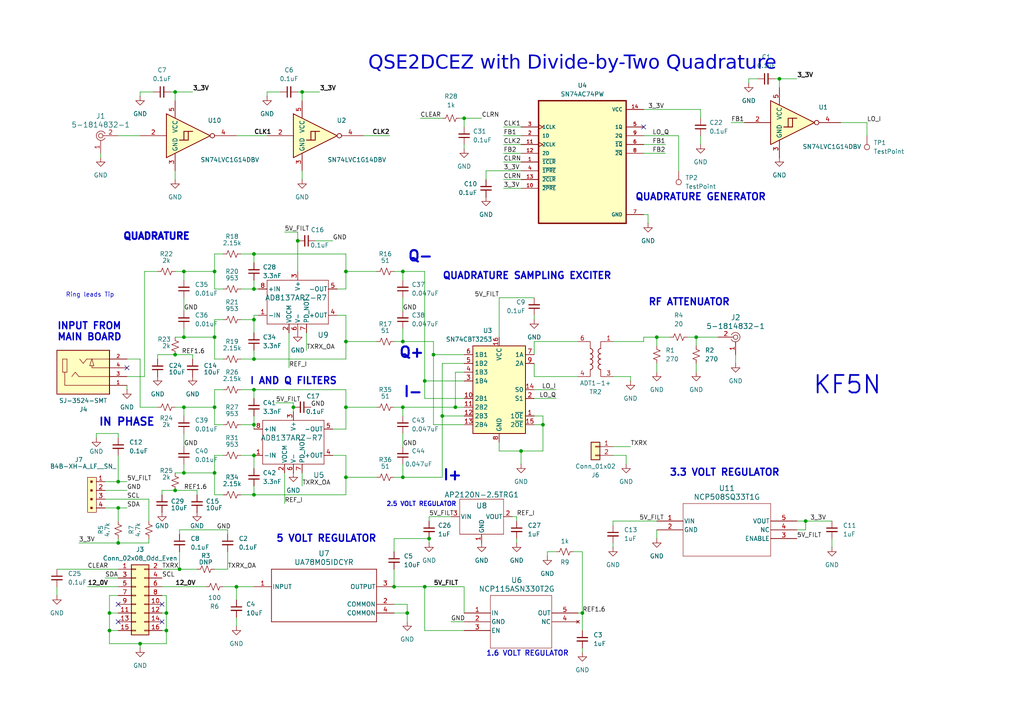
<source format=kicad_sch>
(kicad_sch (version 20231120) (generator "eeschema") (generator_version "8.0")
  (paper "A4")
  (title_block (title "QSE2DCEZ with Divide-by-Two Quadrature") (date "2024-07-26") (rev "1.1"))
  (junction (at 118.11 177.8))
  (junction (at 73.66 132.08))
  (junction (at 34.29 139.7))
  (junction (at 53.34 118.11))
  (junction (at 48.26 182.88))
  (junction (at 190.5 97.79))
  (junction (at 100.33 78.74))
  (junction (at 201.93 97.79))
  (junction (at 52.07 165.1))
  (junction (at 87.63 26.67))
  (junction (at 116.84 118.11))
  (junction (at 100.33 118.11))
  (junction (at 62.23 137.16))
  (junction (at 34.29 147.32))
  (junction (at 73.66 73.66))
  (junction (at 132.08 118.11))
  (junction (at 226.06 22.86))
  (junction (at 68.58 170.18))
  (junction (at 73.66 113.03))
  (junction (at 50.8 26.67))
  (junction (at 50.8 102.87))
  (junction (at 62.23 78.74))
  (junction (at 116.84 78.74))
  (junction (at 116.84 99.06))
  (junction (at 50.8 142.24))
  (junction (at 233.68 151.13))
  (junction (at 34.29 157.48))
  (junction (at 116.84 138.43))
  (junction (at 53.34 137.16))
  (junction (at 85.09 118.11))
  (junction (at 114.3 170.18))
  (junction (at 62.23 97.79))
  (junction (at 73.66 143.51))
  (junction (at 73.66 123.19))
  (junction (at 128.27 120.65))
  (junction (at 62.23 118.11))
  (junction (at 86.36 69.85))
  (junction (at 157.48 123.19))
  (junction (at 123.19 170.18))
  (junction (at 31.75 182.88))
  (junction (at 100.33 99.06))
  (junction (at 48.26 177.8))
  (junction (at 151.13 130.81))
  (junction (at 73.66 104.14))
  (junction (at 73.66 92.71))
  (junction (at 168.91 177.8))
  (junction (at 53.34 78.74))
  (junction (at 125.73 102.87))
  (junction (at 73.66 83.82))
  (junction (at 134.62 34.29))
  (junction (at 31.75 177.8))
  (junction (at 40.64 186.69))
  (junction (at 124.46 156.21))
  (junction (at 123.19 110.49))
  (junction (at 53.34 97.79))
  (junction (at 100.33 138.43))
  (no_connect (at 34.29 175.26))
  (no_connect (at 36.83 106.68))
  (no_connect (at 186.69 36.83))
  (no_connect (at 46.99 175.26))
  (no_connect (at 34.29 180.34))
  (no_connect (at 46.99 180.34))
  (wire (pts (xy 167.64 177.8) (xy 168.91 177.8)))
  (wire (pts (xy 158.75 161.29) (xy 158.75 160.02)))
  (wire (pts (xy 134.62 107.95) (xy 132.08 107.95)))
  (wire (pts (xy 87.63 26.67) (xy 87.63 29.21)))
  (wire (pts (xy 196.85 49.53) (xy 196.85 39.37)))
  (wire (pts (xy 31.75 182.88) (xy 31.75 186.69)))
  (wire (pts (xy 168.91 160.02) (xy 168.91 177.8)))
  (wire (pts (xy 130.81 180.34) (xy 134.62 180.34)))
  (wire (pts (xy 186.69 97.79) (xy 186.69 99.06)))
  (wire (pts (xy 62.23 165.1) (xy 66.04 165.1)))
  (wire (pts (xy 69.85 132.08) (xy 73.66 132.08)))
  (wire (pts (xy 124.46 149.86) (xy 124.46 151.13)))
  (wire (pts (xy 114.3 118.11) (xy 116.84 118.11)))
  (wire (pts (xy 52.07 154.94) (xy 52.07 153.67)))
  (wire (pts (xy 91.44 69.85) (xy 96.52 69.85)))
  (wire (pts (xy 31.75 177.8) (xy 34.29 177.8)))
  (wire (pts (xy 177.8 109.22) (xy 182.88 109.22)))
  (wire (pts (xy 201.93 97.79) (xy 208.28 97.79)))
  (wire (pts (xy 50.8 142.24) (xy 57.15 142.24)))
  (wire (pts (xy 124.46 156.21) (xy 124.46 157.48)))
  (wire (pts (xy 73.66 140.97) (xy 73.66 143.51)))
  (wire (pts (xy 64.77 132.08) (xy 62.23 132.08)))
  (wire (pts (xy 157.48 123.19) (xy 157.48 120.65)))
  (wire (pts (xy 29.21 44.45) (xy 29.21 45.72)))
  (wire (pts (xy 186.69 31.75) (xy 203.2 31.75)))
  (wire (pts (xy 34.29 147.32) (xy 36.83 147.32)))
  (wire (pts (xy 50.8 26.67) (xy 55.88 26.67)))
  (wire (pts (xy 62.23 123.19) (xy 62.23 118.11)))
  (wire (pts (xy 146.05 46.99) (xy 151.13 46.99)))
  (wire (pts (xy 53.34 86.36) (xy 53.34 90.17)))
  (wire (pts (xy 50.8 26.67) (xy 50.8 29.21)))
  (wire (pts (xy 77.47 26.67) (xy 77.47 27.94)))
  (wire (pts (xy 48.26 172.72) (xy 48.26 177.8)))
  (wire (pts (xy 68.58 179.07) (xy 68.58 181.61)))
  (wire (pts (xy 53.34 118.11) (xy 62.23 118.11)))
  (wire (pts (xy 201.93 97.79) (xy 201.93 100.33)))
  (wire (pts (xy 149.86 156.21) (xy 149.86 157.48)))
  (wire (pts (xy 100.33 118.11) (xy 109.22 118.11)))
  (wire (pts (xy 116.84 99.06) (xy 116.84 95.25)))
  (wire (pts (xy 116.84 138.43) (xy 128.27 138.43)))
  (wire (pts (xy 154.94 99.06) (xy 167.64 99.06)))
  (wire (pts (xy 48.26 172.72) (xy 46.99 172.72)))
  (wire (pts (xy 50.8 137.16) (xy 53.34 137.16)))
  (wire (pts (xy 46.99 177.8) (xy 48.26 177.8)))
  (wire (pts (xy 83.82 96.52) (xy 83.82 106.68)))
  (wire (pts (xy 157.48 123.19) (xy 157.48 130.81)))
  (wire (pts (xy 69.85 123.19) (xy 73.66 123.19)))
  (wire (pts (xy 161.29 115.57) (xy 154.94 115.57)))
  (wire (pts (xy 43.18 157.48) (xy 34.29 157.48)))
  (wire (pts (xy 53.34 97.79) (xy 62.23 97.79)))
  (wire (pts (xy 73.66 101.6) (xy 73.66 104.14)))
  (wire (pts (xy 116.84 118.11) (xy 116.84 120.65)))
  (wire (pts (xy 157.48 130.81) (xy 151.13 130.81)))
  (wire (pts (xy 46.99 142.24) (xy 46.99 143.51)))
  (wire (pts (xy 100.33 78.74) (xy 109.22 78.74)))
  (wire (pts (xy 73.66 83.82) (xy 74.93 83.82)))
  (wire (pts (xy 118.11 177.8) (xy 118.11 180.34)))
  (wire (pts (xy 219.71 22.86) (xy 217.17 22.86)))
  (wire (pts (xy 86.36 69.85) (xy 86.36 67.31)))
  (wire (pts (xy 134.62 115.57) (xy 123.19 115.57)))
  (wire (pts (xy 157.48 120.65) (xy 154.94 120.65)))
  (wire (pts (xy 34.29 139.7) (xy 36.83 139.7)))
  (wire (pts (xy 125.73 102.87) (xy 125.73 123.19)))
  (wire (pts (xy 50.8 142.24) (xy 46.99 142.24)))
  (wire (pts (xy 40.64 26.67) (xy 40.64 27.94)))
  (wire (pts (xy 144.78 86.36) (xy 154.94 86.36)))
  (wire (pts (xy 199.39 97.79) (xy 201.93 97.79)))
  (wire (pts (xy 186.69 62.23) (xy 187.96 62.23)))
  (wire (pts (xy 144.78 130.81) (xy 144.78 128.27)))
  (wire (pts (xy 87.63 26.67) (xy 92.71 26.67)))
  (wire (pts (xy 114.3 138.43) (xy 116.84 138.43)))
  (wire (pts (xy 243.84 35.56) (xy 251.46 35.56)))
  (wire (pts (xy 69.85 113.03) (xy 73.66 113.03)))
  (wire (pts (xy 116.84 86.36) (xy 116.84 90.17)))
  (wire (pts (xy 114.3 78.74) (xy 116.84 78.74)))
  (wire (pts (xy 22.86 157.48) (xy 34.29 157.48)))
  (wire (pts (xy 69.85 83.82) (xy 73.66 83.82)))
  (wire (pts (xy 123.19 170.18) (xy 134.62 170.18)))
  (wire (pts (xy 43.18 156.21) (xy 43.18 157.48)))
  (wire (pts (xy 217.17 22.86) (xy 217.17 24.13)))
  (wire (pts (xy 146.05 54.61) (xy 151.13 54.61)))
  (wire (pts (xy 50.8 78.74) (xy 53.34 78.74)))
  (wire (pts (xy 27.94 125.73) (xy 34.29 125.73)))
  (wire (pts (xy 224.79 22.86) (xy 226.06 22.86)))
  (wire (pts (xy 62.23 92.71) (xy 62.23 97.79)))
  (wire (pts (xy 100.33 91.44) (xy 100.33 99.06)))
  (wire (pts (xy 190.5 105.41) (xy 190.5 107.95)))
  (wire (pts (xy 48.26 177.8) (xy 48.26 182.88)))
  (wire (pts (xy 177.8 99.06) (xy 186.69 99.06)))
  (wire (pts (xy 154.94 99.06) (xy 154.94 102.87)))
  (wire (pts (xy 34.29 157.48) (xy 34.29 156.21)))
  (wire (pts (xy 62.23 97.79) (xy 62.23 104.14)))
  (wire (pts (xy 62.23 137.16) (xy 62.23 143.51)))
  (wire (pts (xy 68.58 170.18) (xy 73.66 170.18)))
  (wire (pts (xy 62.23 113.03) (xy 64.77 113.03)))
  (wire (pts (xy 140.97 52.07) (xy 140.97 49.53)))
  (wire (pts (xy 53.34 95.25) (xy 53.34 97.79)))
  (wire (pts (xy 124.46 149.86) (xy 130.81 149.86)))
  (wire (pts (xy 49.53 26.67) (xy 50.8 26.67)))
  (wire (pts (xy 201.93 105.41) (xy 201.93 107.95)))
  (wire (pts (xy 73.66 73.66) (xy 73.66 76.2)))
  (wire (pts (xy 116.84 78.74) (xy 123.19 78.74)))
  (wire (pts (xy 177.8 157.48) (xy 177.8 158.75)))
  (wire (pts (xy 50.8 49.53) (xy 50.8 52.07)))
  (wire (pts (xy 82.55 137.16) (xy 82.55 146.05)))
  (wire (pts (xy 81.28 26.67) (xy 77.47 26.67)))
  (wire (pts (xy 31.75 172.72) (xy 34.29 172.72)))
  (wire (pts (xy 144.78 86.36) (xy 144.78 97.79)))
  (wire (pts (xy 212.09 35.56) (xy 215.9 35.56)))
  (wire (pts (xy 73.66 143.51) (xy 100.33 143.51)))
  (wire (pts (xy 34.29 132.08) (xy 34.29 139.7)))
  (wire (pts (xy 134.62 41.91) (xy 134.62 43.18)))
  (wire (pts (xy 154.94 109.22) (xy 167.64 109.22)))
  (wire (pts (xy 100.33 99.06) (xy 109.22 99.06)))
  (wire (pts (xy 134.62 123.19) (xy 125.73 123.19)))
  (wire (pts (xy 46.99 170.18) (xy 59.69 170.18)))
  (wire (pts (xy 133.35 34.29) (xy 134.62 34.29)))
  (wire (pts (xy 85.09 118.11) (xy 85.09 116.84)))
  (wire (pts (xy 30.48 139.7) (xy 34.29 139.7)))
  (wire (pts (xy 25.4 170.18) (xy 34.29 170.18)))
  (wire (pts (xy 46.99 165.1) (xy 52.07 165.1)))
  (wire (pts (xy 177.8 151.13) (xy 190.5 151.13)))
  (wire (pts (xy 64.77 83.82) (xy 62.23 83.82)))
  (wire (pts (xy 64.77 170.18) (xy 68.58 170.18)))
  (wire (pts (xy 186.69 41.91) (xy 193.04 41.91)))
  (wire (pts (xy 40.64 104.14) (xy 40.64 118.11)))
  (wire (pts (xy 177.8 151.13) (xy 177.8 152.4)))
  (wire (pts (xy 87.63 137.16) (xy 87.63 140.97)))
  (wire (pts (xy 134.62 110.49) (xy 123.19 110.49)))
  (wire (pts (xy 100.33 73.66) (xy 100.33 78.74)))
  (wire (pts (xy 151.13 130.81) (xy 144.78 130.81)))
  (wire (pts (xy 134.62 102.87) (xy 125.73 102.87)))
  (wire (pts (xy 123.19 115.57) (xy 123.19 110.49)))
  (wire (pts (xy 30.48 167.64) (xy 34.29 167.64)))
  (wire (pts (xy 96.52 124.46) (xy 100.33 124.46)))
  (wire (pts (xy 116.84 138.43) (xy 116.84 134.62)))
  (wire (pts (xy 241.3 156.21) (xy 241.3 158.75)))
  (wire (pts (xy 154.94 105.41) (xy 154.94 109.22)))
  (wire (pts (xy 96.52 132.08) (xy 100.33 132.08)))
  (wire (pts (xy 16.51 165.1) (xy 34.29 165.1)))
  (wire (pts (xy 73.66 132.08) (xy 73.66 135.89)))
  (wire (pts (xy 80.01 116.84) (xy 85.09 116.84)))
  (wire (pts (xy 97.79 83.82) (xy 100.33 83.82)))
  (wire (pts (xy 100.33 143.51) (xy 100.33 138.43)))
  (wire (pts (xy 203.2 31.75) (xy 203.2 34.29)))
  (wire (pts (xy 140.97 49.53) (xy 151.13 49.53)))
  (wire (pts (xy 44.45 26.67) (xy 40.64 26.67)))
  (wire (pts (xy 161.29 113.03) (xy 154.94 113.03)))
  (wire (pts (xy 62.23 83.82) (xy 62.23 78.74)))
  (wire (pts (xy 87.63 49.53) (xy 87.63 52.07)))
  (wire (pts (xy 53.34 137.16) (xy 62.23 137.16)))
  (wire (pts (xy 114.3 160.02) (xy 114.3 156.21)))
  (wire (pts (xy 53.34 125.73) (xy 53.34 129.54)))
  (wire (pts (xy 203.2 39.37) (xy 203.2 41.91)))
  (wire (pts (xy 40.64 104.14) (xy 36.83 104.14)))
  (wire (pts (xy 53.34 120.65) (xy 53.34 118.11)))
  (wire (pts (xy 114.3 165.1) (xy 114.3 170.18)))
  (wire (pts (xy 40.64 186.69) (xy 40.64 187.96)))
  (wire (pts (xy 190.5 97.79) (xy 194.31 97.79)))
  (wire (pts (xy 158.75 160.02) (xy 161.29 160.02)))
  (wire (pts (xy 64.77 123.19) (xy 62.23 123.19)))
  (wire (pts (xy 114.3 99.06) (xy 116.84 99.06)))
  (wire (pts (xy 132.08 107.95) (xy 132.08 118.11)))
  (wire (pts (xy 68.58 39.37) (xy 77.47 39.37)))
  (wire (pts (xy 118.11 175.26) (xy 118.11 177.8)))
  (wire (pts (xy 31.75 177.8) (xy 31.75 172.72)))
  (wire (pts (xy 128.27 120.65) (xy 128.27 138.43)))
  (wire (pts (xy 146.05 36.83) (xy 151.13 36.83)))
  (wire (pts (xy 114.3 175.26) (xy 118.11 175.26)))
  (wire (pts (xy 73.66 120.65) (xy 73.66 123.19)))
  (wire (pts (xy 146.05 52.07) (xy 151.13 52.07)))
  (wire (pts (xy 186.69 39.37) (xy 196.85 39.37)))
  (wire (pts (xy 68.58 173.99) (xy 68.58 170.18)))
  (wire (pts (xy 233.68 153.67) (xy 233.68 151.13)))
  (wire (pts (xy 186.69 97.79) (xy 190.5 97.79)))
  (wire (pts (xy 146.05 44.45) (xy 151.13 44.45)))
  (wire (pts (xy 50.8 102.87) (xy 55.88 102.87)))
  (wire (pts (xy 146.05 41.91) (xy 151.13 41.91)))
  (wire (pts (xy 187.96 62.23) (xy 187.96 64.77)))
  (wire (pts (xy 66.04 160.02) (xy 66.04 165.1)))
  (wire (pts (xy 134.62 118.11) (xy 132.08 118.11)))
  (wire (pts (xy 50.8 118.11) (xy 53.34 118.11)))
  (wire (pts (xy 53.34 81.28) (xy 53.34 78.74)))
  (wire (pts (xy 100.33 104.14) (xy 100.33 99.06)))
  (wire (pts (xy 48.26 182.88) (xy 46.99 182.88)))
  (wire (pts (xy 177.8 132.08) (xy 181.61 132.08)))
  (wire (pts (xy 73.66 92.71) (xy 73.66 96.52)))
  (wire (pts (xy 114.3 177.8) (xy 118.11 177.8)))
  (wire (pts (xy 69.85 92.71) (xy 73.66 92.71)))
  (wire (pts (xy 151.13 130.81) (xy 151.13 134.62)))
  (wire (pts (xy 16.51 170.18) (xy 16.51 172.72)))
  (wire (pts (xy 40.64 118.11) (xy 45.72 118.11)))
  (wire (pts (xy 116.84 125.73) (xy 116.84 129.54)))
  (wire (pts (xy 181.61 132.08) (xy 181.61 134.62)))
  (wire (pts (xy 123.19 182.88) (xy 134.62 182.88)))
  (wire (pts (xy 231.14 153.67) (xy 233.68 153.67)))
  (wire (pts (xy 186.69 44.45) (xy 193.04 44.45)))
  (wire (pts (xy 190.5 153.67) (xy 190.5 156.21)))
  (wire (pts (xy 69.85 104.14) (xy 73.66 104.14)))
  (wire (pts (xy 100.33 78.74) (xy 100.33 83.82)))
  (wire (pts (xy 52.07 153.67) (xy 66.04 153.67)))
  (wire (pts (xy 105.41 39.37) (xy 113.03 39.37)))
  (wire (pts (xy 50.8 97.79) (xy 53.34 97.79)))
  (wire (pts (xy 69.85 73.66) (xy 73.66 73.66)))
  (wire (pts (xy 182.88 109.22) (xy 182.88 110.49)))
  (wire (pts (xy 226.06 22.86) (xy 226.06 25.4)))
  (wire (pts (xy 190.5 97.79) (xy 190.5 100.33)))
  (wire (pts (xy 88.9 96.52) (xy 88.9 101.6)))
  (wire (pts (xy 100.33 113.03) (xy 100.33 118.11)))
  (wire (pts (xy 73.66 113.03) (xy 73.66 115.57)))
  (wire (pts (xy 116.84 99.06) (xy 125.73 99.06)))
  (wire (pts (xy 226.06 22.86) (xy 231.14 22.86)))
  (wire (pts (xy 31.75 186.69) (xy 40.64 186.69)))
  (wire (pts (xy 116.84 78.74) (xy 116.84 81.28)))
  (wire (pts (xy 134.62 105.41) (xy 128.27 105.41)))
  (wire (pts (xy 134.62 120.65) (xy 128.27 120.65)))
  (wire (pts (xy 134.62 34.29) (xy 139.7 34.29)))
  (wire (pts (xy 73.66 113.03) (xy 100.33 113.03)))
  (wire (pts (xy 86.36 69.85) (xy 86.36 78.74)))
  (wire (pts (xy 168.91 187.96) (xy 168.91 189.23)))
  (wire (pts (xy 53.34 78.74) (xy 62.23 78.74)))
  (wire (pts (xy 125.73 99.06) (xy 125.73 102.87)))
  (wire (pts (xy 36.83 111.76) (xy 36.83 113.03)))
  (wire (pts (xy 73.66 73.66) (xy 100.33 73.66)))
  (wire (pts (xy 45.72 102.87) (xy 45.72 104.14)))
  (wire (pts (xy 100.33 118.11) (xy 100.33 124.46)))
  (wire (pts (xy 62.23 143.51) (xy 64.77 143.51)))
  (wire (pts (xy 116.84 118.11) (xy 132.08 118.11)))
  (wire (pts (xy 48.26 186.69) (xy 48.26 182.88)))
  (wire (pts (xy 30.48 142.24) (xy 36.83 142.24)))
  (wire (pts (xy 57.15 165.1) (xy 52.07 165.1)))
  (wire (pts (xy 114.3 170.18) (xy 123.19 170.18)))
  (wire (pts (xy 149.86 149.86) (xy 149.86 151.13)))
  (wire (pts (xy 123.19 170.18) (xy 123.19 182.88)))
  (wire (pts (xy 73.66 92.71) (xy 73.66 91.44)))
  (wire (pts (xy 53.34 134.62) (xy 53.34 137.16)))
  (wire (pts (xy 62.23 118.11) (xy 62.23 113.03)))
  (wire (pts (xy 64.77 92.71) (xy 62.23 92.71)))
  (wire (pts (xy 251.46 35.56) (xy 251.46 39.37)))
  (wire (pts (xy 231.14 151.13) (xy 233.68 151.13)))
  (wire (pts (xy 34.29 125.73) (xy 34.29 127)))
  (wire (pts (xy 148.59 149.86) (xy 149.86 149.86)))
  (wire (pts (xy 168.91 177.8) (xy 168.91 182.88)))
  (wire (pts (xy 213.36 102.87) (xy 213.36 105.41)))
  (wire (pts (xy 154.94 123.19) (xy 157.48 123.19)))
  (wire (pts (xy 114.3 156.21) (xy 124.46 156.21)))
  (wire (pts (xy 52.07 160.02) (xy 52.07 165.1)))
  (wire (pts (xy 27.94 127) (xy 27.94 125.73)))
  (wire (pts (xy 41.91 78.74) (xy 45.72 78.74)))
  (wire (pts (xy 73.66 104.14) (xy 100.33 104.14)))
  (wire (pts (xy 66.04 153.67) (xy 66.04 154.94)))
  (wire (pts (xy 62.23 132.08) (xy 62.23 137.16)))
  (wire (pts (xy 57.15 142.24) (xy 57.15 143.51)))
  (wire (pts (xy 62.23 73.66) (xy 64.77 73.66)))
  (wire (pts (xy 85.09 119.38) (xy 85.09 118.11)))
  (wire (pts (xy 73.66 81.28) (xy 73.66 83.82)))
  (wire (pts (xy 30.48 147.32) (xy 34.29 147.32)))
  (wire (pts (xy 86.36 26.67) (xy 87.63 26.67)))
  (wire (pts (xy 55.88 102.87) (xy 55.88 104.14)))
  (wire (pts (xy 50.8 102.87) (xy 45.72 102.87)))
  (wire (pts (xy 134.62 170.18) (xy 134.62 177.8)))
  (wire (pts (xy 40.64 186.69) (xy 48.26 186.69)))
  (wire (pts (xy 62.23 78.74) (xy 62.23 73.66)))
  (wire (pts (xy 73.66 91.44) (xy 74.93 91.44)))
  (wire (pts (xy 41.91 78.74) (xy 41.91 109.22)))
  (wire (pts (xy 123.19 78.74) (xy 123.19 110.49)))
  (wire (pts (xy 233.68 151.13) (xy 241.3 151.13)))
  (wire (pts (xy 146.05 39.37) (xy 151.13 39.37)))
  (wire (pts (xy 69.85 143.51) (xy 73.66 143.51)))
  (wire (pts (xy 100.33 132.08) (xy 100.33 138.43)))
  (wire (pts (xy 43.18 144.78) (xy 43.18 151.13)))
  (wire (pts (xy 154.94 91.44) (xy 154.94 92.71)))
  (wire (pts (xy 73.66 123.19) (xy 73.66 124.46)))
  (wire (pts (xy 36.83 109.22) (xy 41.91 109.22)))
  (wire (pts (xy 166.37 160.02) (xy 168.91 160.02)))
  (wire (pts (xy 86.36 67.31) (xy 82.55 67.31)))
  (wire (pts (xy 177.8 129.54) (xy 182.88 129.54)))
  (wire (pts (xy 34.29 182.88) (xy 31.75 182.88)))
  (wire (pts (xy 100.33 138.43) (xy 109.22 138.43)))
  (wire (pts (xy 134.62 34.29) (xy 134.62 36.83)))
  (wire (pts (xy 34.29 147.32) (xy 34.29 151.13)))
  (wire (pts (xy 128.27 105.41) (xy 128.27 120.65)))
  (wire (pts (xy 121.92 34.29) (xy 128.27 34.29)))
  (wire (pts (xy 34.29 39.37) (xy 40.64 39.37)))
  (wire (pts (xy 31.75 182.88) (xy 31.75 177.8)))
  (wire (pts (xy 30.48 144.78) (xy 43.18 144.78)))
  (wire (pts (xy 97.79 91.44) (xy 100.33 91.44)))
  (wire (pts (xy 62.23 104.14) (xy 64.77 104.14)))
  (text "Ring leads Tip" (at 19.05 86.36 0) (effects (font (size 1.27 1.27)) (justify left bottom)))
  (text "3.3 VOLT REGULATOR" (at 210.185 137.16 0) (effects (font (size 2 2) (thickness 0.4) (bold yes))))
  (text "KF5N" (at 245.745 111.76 0) (effects (font (size 5.08 5.08) (thickness 0.508) (bold yes))))
  (text "QUADRATURE" (at 35.56 69.85 0) (effects (font (size 2 2) (thickness 0.5) (bold yes)) (justify left bottom)))
  (text "IN PHASE" (at 28.575 123.825 0) (effects (font (size 2.25 2.25) (thickness 0.45) (bold yes)) (justify left bottom)))
  (text "QUADRATURE SAMPLING EXCITER" (at 128.27 81.28 0) (effects (font (size 2 2) (thickness 0.4) (bold yes)) (justify left bottom)))
  (text "QUADRATURE GENERATOR" (at 184.15 58.42 0) (effects (font (size 2 2) (bold yes)) (justify left bottom)))
  (text "1.6 VOLT REGULATOR" (at 140.97 190.5 0) (effects (font (size 1.5 1.5) (thickness 0.254) (bold yes)) (justify left bottom)))
  (text "Q-" (at 118.11 76.2 0) (effects (font (size 3 3) (bold yes)) (justify left bottom)))
  (text "RF ATTENUATOR" (at 187.96 88.9 0) (effects (font (size 2 2) (bold yes)) (justify left bottom)))
  (text "INPUT FROM\nMAIN BOARD" (at 16.51 99.06 0) (effects (font (size 2 2) (bold yes)) (justify left bottom)))
  (text "I AND Q FILTERS" (at 72.39 111.76 0) (effects (font (size 2 2) (bold yes)) (justify left bottom)))
  (text "5 VOLT REGULATOR" (at 80.01 157.48 0) (effects (font (size 2 2) (thickness 0.4) (bold yes)) (justify left bottom)))
  (text "I+" (at 128.27 139.7 0) (effects (font (size 3 3) (bold yes)) (justify left bottom)))
  (text "QSE2DCEZ with Divide-by-Two Quadrature" (at 106.807 21.844 0) (effects (font (size 4 4)) (justify left bottom)))
  (text "I-" (at 116.84 115.57 0) (effects (font (size 3 3) (thickness 0.6) (bold yes)) (justify left bottom)))
  (text "2.5 VOLT REGULATOR" (at 112.014 147.066 0) (effects (font (size 1.27 1.27) (thickness 0.254) (bold yes)) (justify left bottom)))
  (text "Q+" (at 115.57 104.14 0) (effects (font (size 3 3) (bold yes)) (justify left bottom)))
  (label "3_3V" (at 22.86 157.48 0))
  (label "TXRX_OA" (at 66.04 165.1 0))
  (label "GND" (at 116.84 129.54 0))
  (label "GND" (at 36.83 142.24 0))
  (label "GND" (at 130.81 180.34 0))
  (label "CLK2" (at 107.95 39.37 0) (effects (font (bold yes))))
  (label "3_3V" (at 146.05 54.61 0))
  (label "REF_I" (at 82.55 146.05 0))
  (label "FB1" (at 146.05 39.37 0))
  (label "FB2" (at 189.23 44.45 0))
  (label "REF1.6" (at 53.34 142.24 0))
  (label "CLRN" (at 139.7 34.29 0))
  (label "REF1.6" (at 168.91 177.8 0))
  (label "3_3V" (at 92.71 26.67 0) (effects (font (bold yes))))
  (label "5V_FILT" (at 124.46 149.86 0))
  (label "GND" (at 96.52 69.85 0))
  (label "CLRN" (at 146.05 52.07 0))
  (label "GND" (at 62.865 153.67 0))
  (label "LO_I" (at 161.29 113.03 180))
  (label "CLRN" (at 146.05 46.99 0))
  (label "GND" (at 53.34 90.17 0))
  (label "CLEAR" (at 25.4 165.1 0))
  (label "GND" (at 90.17 118.11 0))
  (label "REF1.6" (at 52.705 102.87 0))
  (label "GND" (at 116.84 90.17 0))
  (label "REF_I" (at 149.86 149.86 0))
  (label "GND" (at 53.34 129.54 0))
  (label "5V_FILT" (at 144.78 86.36 180))
  (label "LO_Q" (at 161.29 115.57 180))
  (label "5V_FILT" (at 185.42 151.13 0))
  (label "REF_I" (at 83.82 106.68 0))
  (label "SCL" (at 46.99 167.64 0))
  (label "3_3V" (at 231.14 22.86 0) (effects (font (bold yes))))
  (label "5V_FILT" (at 80.01 116.84 0))
  (label "3_3V" (at 146.05 49.53 0))
  (label "CLK1" (at 146.05 36.83 0))
  (label "LO_Q" (at 189.23 39.37 0))
  (label "FB2" (at 146.05 44.45 0))
  (label "CLEAR" (at 121.92 34.29 0))
  (label "12_0V" (at 50.8 170.18 0) (effects (font (bold yes))))
  (label "3_3V" (at 187.96 31.75 0))
  (label "TXRX" (at 182.88 129.54 0))
  (label "FB1" (at 212.09 35.56 0))
  (label "5V_FILT" (at 36.83 139.7 0))
  (label "SDA" (at 36.83 147.32 0))
  (label "SCL" (at 36.83 144.78 0))
  (label "CLK2" (at 146.05 41.91 0))
  (label "TXRX_OA" (at 87.63 140.97 0))
  (label "TXRX" (at 46.99 165.1 0))
  (label "SDA" (at 30.48 167.64 0))
  (label "LO_I" (at 251.46 35.56 0))
  (label "12_0V" (at 25.4 170.18 0) (effects (font (bold yes))))
  (label "FB1" (at 189.23 41.91 0))
  (label "TXRX_OA" (at 88.9 101.6 0))
  (label "CLK1" (at 73.66 39.37 0) (effects (font (bold yes))))
  (label "5V_FILT" (at 231.14 156.21 0))
  (label "3_3V" (at 234.95 151.13 0))
  (label "5V_FILT" (at 82.55 67.31 0))
  (label "3_3V" (at 55.88 26.67 0) (effects (font (bold yes))))
  (label "5V_FILT" (at 125.73 170.18 0) (effects (font (bold yes))))
  (symbol (lib_id "Device:R_Small_US") (at 48.26 118.11 90) (unit 1)
    (property "Reference" "R24" (at 48.26 121.285 90))
    (property "Value" "2k" (at 48.26 123.19 90))
    (property "Footprint" "Resistor_SMD:R_1206_3216Metric" (effects (hide yes)))
    (property "Description" "Resistor, small US symbol" (effects (hide yes)))
  )
  (symbol (lib_id "Device:C_Small") (at 124.46 153.67 0) (unit 1)
    (property "Reference" "C26" (at 127 152.4 0) (effects (justify left)))
    (property "Value" "1uF" (at 127 154.94 0) (effects (justify left)))
    (property "Footprint" "Capacitor_SMD:C_1206_3216Metric" (effects (hide yes)))
    (property "Description" "Unpolarized capacitor, small symbol" (effects (hide yes)))
  )
  (symbol (lib_id "74xGxx:SN74LVC1G14DBV") (at 231.14 35.56 0) (unit 1)
    (property "Reference" "U1" (at 238.76 31.115 0))
    (property "Value" "SN74LVC1G14DBV" (at 241.3 42.545 0))
    (property "Footprint" "Package_TO_SOT_SMD:SOT-23-5" (effects (hide yes)))
    (property "Datasheet" "https://www.ti.com/lit/ds/symlink/sn74lvc1g14.pdf" (effects (hide yes)))
    (property "Description" "Single Schmitt NOT Gate, Low-Voltage CMOS, SOT-23" (effects (hide yes)))
  )
  (symbol (lib_id "Device:C_Small") (at 16.51 167.64 0) (unit 1)
    (property "Reference" "C25" (at 19.685 166.3763 0) (effects (justify left)))
    (property "Value" "0.1uF" (at 19.685 168.9163 0) (effects (justify left)))
    (property "Footprint" "Capacitor_SMD:C_1206_3216Metric" (effects (hide yes)))
    (property "Description" "Unpolarized capacitor, small symbol" (effects (hide yes)))
  )
  (symbol (lib_id "Device:C_Small") (at 46.99 146.05 180) (unit 1)
    (property "Reference" "C29" (at 49.53 145.415 0) (effects (justify right)))
    (property "Value" "10uF" (at 49.53 147.32 0) (effects (justify right)))
    (property "Footprint" "Capacitor_SMD:C_1206_3216Metric" (effects (hide yes)))
    (property "Description" "Unpolarized capacitor, small symbol" (effects (hide yes)))
  )
  (symbol (lib_id "Device:R_Small_US") (at 67.31 132.08 90) (unit 1)
    (property "Reference" "R31" (at 67.31 127 90))
    (property "Value" "953" (at 67.31 128.905 90))
    (property "Footprint" "Resistor_SMD:R_1206_3216Metric" (effects (hide yes)))
    (property "Description" "Resistor, small US symbol" (effects (hide yes)))
  )
  (symbol (lib_id "power:GND") (at 40.64 27.94 0) (unit 1)
    (property "Reference" "#PWR010" (effects (hide yes)))
    (property "Value" "GND" (at 40.64 33.02 0))
    (property "Description" "Power symbol creates a global label with name \"GND\" , ground" (effects (hide yes)))
  )
  (symbol (lib_id "dk_Rectangular-Connectors-Headers-Male-Pins:B4B-XH-A_LF__SN_") (at 27.94 139.7 270) (unit 1)
    (property "Reference" "J7" (at 22.86 133.35 90))
    (property "Value" "B4B-XH-A_LF__SN_" (at 24.13 135.255 90))
    (property "Footprint" "digikey-footprints:PinHeader_1x4_P2.5mm_Drill1.1mm" (effects (hide yes)))
    (property "Datasheet" "http://www.jst-mfg.com/product/pdf/eng/eXH.pdf" (effects (hide yes)))
    (property "Description" "CONN HEADER VERT 4POS 2.5MM" (effects (hide yes)))
    (property "Digi-Key_PN" "455-2249-ND" (effects (hide yes)))
    (property "MPN" "B4B-XH-A(LF)(SN)" (effects (hide yes)))
    (property "Category" "Connectors, Interconnects" (effects (hide yes)))
    (property "Family" "Rectangular Connectors - Headers, Male Pins" (effects (hide yes)))
    (property "DK_Datasheet_Link" "http://www.jst-mfg.com/product/pdf/eng/eXH.pdf" (effects (hide yes)))
    (property "DK_Detail_Page" "/product-detail/en/jst-sales-america-inc/B4B-XH-A(LF)(SN)/455-2249-ND/1651047" (effects (hide yes)))
    (property "Description_1" "CONN HEADER VERT 4POS 2.5MM" (effects (hide yes)))
    (property "Manufacturer" "JST Sales America Inc." (effects (hide yes)))
    (property "Status" "Active" (effects (hide yes)))
  )
  (symbol (lib_id "power:GND") (at 149.86 157.48 0) (unit 1)
    (property "Reference" "#PWR036" (effects (hide yes)))
    (property "Value" "GND" (at 149.86 162.56 0))
    (property "Description" "Power symbol creates a global label with name \"GND\" , ground" (effects (hide yes)))
  )
  (symbol (lib_id "power:GND") (at 203.2 41.91 0) (unit 1)
    (property "Reference" "#PWR025" (effects (hide yes)))
    (property "Value" "GND" (at 203.2 46.99 0))
    (property "Description" "Power symbol creates a global label with name \"GND\" , ground" (effects (hide yes)))
  )
  (symbol (lib_id "Device:C_Small") (at 149.86 153.67 0) (unit 1)
    (property "Reference" "C27" (at 153.035 152.4063 0) (effects (justify left)))
    (property "Value" "1uF" (at 153.035 154.9463 0) (effects (justify left)))
    (property "Footprint" "Capacitor_SMD:C_1206_3216Metric" (effects (hide yes)))
    (property "Description" "Unpolarized capacitor, small symbol" (effects (hide yes)))
  )
  (symbol (lib_id "power:GND") (at 50.8 52.07 0) (unit 1)
    (property "Reference" "#PWR011" (effects (hide yes)))
    (property "Value" "GND" (at 50.8 57.15 0))
    (property "Description" "Power symbol creates a global label with name \"GND\" , ground" (effects (hide yes)))
  )
  (symbol (lib_id "Device:R_Small_US") (at 196.85 97.79 90) (unit 1)
    (property "Reference" "R4" (at 196.85 91.44 90))
    (property "Value" "20" (at 196.85 93.98 90))
    (property "Footprint" "Resistor_SMD:R_1206_3216Metric" (effects (hide yes)))
    (property "Description" "Resistor, small US symbol" (effects (hide yes)))
  )
  (symbol (lib_id "Device:R_Small_US") (at 67.31 92.71 90) (unit 1)
    (property "Reference" "R21" (at 67.31 87.63 90))
    (property "Value" "953" (at 67.31 89.535 90))
    (property "Footprint" "Resistor_SMD:R_1206_3216Metric" (effects (hide yes)))
    (property "Description" "Resistor, small US symbol" (effects (hide yes)))
  )
  (symbol (lib_id "Device:C_Small") (at 168.91 185.42 0) (unit 1)
    (property "Reference" "C3" (at 172.085 184.1563 0) (effects (justify left)))
    (property "Value" "1uF" (at 172.085 186.6963 0) (effects (justify left)))
    (property "Footprint" "Capacitor_SMD:C_1206_3216Metric" (effects (hide yes)))
    (property "Description" "Unpolarized capacitor, small symbol" (effects (hide yes)))
  )
  (symbol (lib_id "74xGxx:SN74LVC1G14DBV") (at 55.88 39.37 0) (unit 1)
    (property "Reference" "U10" (at 62.23 34.925 0))
    (property "Value" "SN74LVC1G14DBV" (at 66.675 46.355 0))
    (property "Footprint" "Package_TO_SOT_SMD:SOT-23-5" (effects (hide yes)))
    (property "Datasheet" "https://www.ti.com/lit/ds/symlink/sn74lvc1g14.pdf" (effects (hide yes)))
    (property "Description" "Single Schmitt NOT Gate, Low-Voltage CMOS, SOT-23" (effects (hide yes)))
  )
  (symbol (lib_id "SN74AC74PW:SN74AC74PW") (at 168.91 46.99 0) (unit 1)
    (property "Reference" "U4" (at 168.91 24.765 0))
    (property "Value" "SN74AC74PW" (at 168.91 27.305 0))
    (property "Footprint" "Package_SO:SOIC-14_3.9x8.7mm_P1.27mm" (effects (hide yes)))
  )
  (symbol (lib_id "power:GND") (at 87.63 52.07 0) (unit 1)
    (property "Reference" "#PWR06" (effects (hide yes)))
    (property "Value" "GND" (at 87.63 57.15 0))
    (property "Description" "Power symbol creates a global label with name \"GND\" , ground" (effects (hide yes)))
  )
  (symbol (lib_id "power:GND") (at 139.7 157.48 0) (unit 1)
    (property "Reference" "#PWR027" (effects (hide yes)))
    (property "Value" "GND" (at 139.7 162.56 0))
    (property "Description" "Power symbol creates a global label with name \"GND\" , ground" (effects (hide yes)))
  )
  (symbol (lib_id "NCP508SQ33T1G:NCP508SQ33T1G") (at 190.5 151.13 0) (unit 1)
    (property "Reference" "U11" (at 210.82 141.605 0) (effects (font (size 1.524 1.524))))
    (property "Value" "NCP508SQ33T1G" (at 210.82 144.145 0) (effects (font (size 1.524 1.524))))
    (property "Footprint" "TSOP-5-483-N_ONS" (effects (hide yes)))
    (property "Datasheet" "NCP508SQ33T1G" (effects (hide yes)))
  )
  (symbol (lib_id "power:GND") (at 86.36 96.52 0) (unit 1)
    (property "Reference" "#PWR034" (effects (hide yes)))
    (property "Value" "GND" (at 86.36 101.6 0))
    (property "Description" "Power symbol creates a global label with name \"GND\" , ground" (effects (hide yes)))
  )
  (symbol (lib_id "Device:C_Small") (at 53.34 92.71 180) (unit 1)
    (property "Reference" "C36" (at 56.515 91.4336 0) (effects (justify right)))
    (property "Value" "0.01uF" (at 56.515 93.9736 0) (effects (justify right)))
    (property "Footprint" "Capacitor_SMD:C_1206_3216Metric" (effects (hide yes)))
    (property "Description" "Unpolarized capacitor, small symbol" (effects (hide yes)))
  )
  (symbol (lib_id "Device:R_Small_US") (at 190.5 102.87 0) (unit 1)
    (property "Reference" "R1" (at 193.04 101.6 0) (effects (justify left)))
    (property "Value" "270" (at 193.04 104.14 0) (effects (justify left)))
    (property "Footprint" "Resistor_SMD:R_1206_3216Metric" (effects (hide yes)))
    (property "Description" "Resistor, small US symbol" (effects (hide yes)))
  )
  (symbol (lib_id "Device:R_Small_US") (at 111.76 78.74 90) (unit 1)
    (property "Reference" "R16" (at 111.76 73.66 90))
    (property "Value" "51" (at 111.76 75.565 90))
    (property "Footprint" "Resistor_SMD:R_1206_3216Metric" (effects (hide yes)))
    (property "Description" "Resistor, small US symbol" (effects (hide yes)))
  )
  (symbol (lib_id "Transformer:ADT1-1") (at 172.72 104.14 180) (unit 1)
    (property "Reference" "TR2" (at 172.72 113.665 0))
    (property "Value" "ADT1-1+" (at 172.72 111.125 0))
    (property "Footprint" "RF_Mini-Circuits:Mini-Circuits_CD542_H2.84mm" (effects (hide yes)))
    (property "Datasheet" "https://www.minicircuits.com/pdfs/ADT1-1+.pdf" (effects (hide yes)))
    (property "Description" "0.15-400MHz 1:1 RF Transformer, Balanced to Balanced, CD542" (effects (hide yes)))
  )
  (symbol (lib_id "Device:C_Small") (at 68.58 176.53 0) (unit 1)
    (property "Reference" "C4" (at 71.374 175.2663 0) (effects (justify left)))
    (property "Value" "10uF" (at 71.374 177.8063 0) (effects (justify left)))
    (property "Footprint" "Capacitor_SMD:C_1206_3216Metric" (effects (hide yes)))
    (property "Description" "Unpolarized capacitor, small symbol" (effects (hide yes)))
  )
  (symbol (lib_id "Device:R_Small_US") (at 67.31 83.82 90) (unit 1)
    (property "Reference" "R20" (at 67.31 78.74 90))
    (property "Value" "953" (at 67.31 80.645 90))
    (property "Footprint" "Resistor_SMD:R_1206_3216Metric" (effects (hide yes)))
    (property "Description" "Resistor, small US symbol" (effects (hide yes)))
  )
  (symbol (lib_id "Device:C_Small") (at 116.84 132.08 180) (unit 1)
    (property "Reference" "C44" (at 119.38 130.8036 0) (effects (justify right)))
    (property "Value" "0.047uF" (at 117.475 134.62 0) (effects (justify right)))
    (property "Footprint" "Capacitor_SMD:C_1206_3216Metric" (effects (hide yes)))
    (property "Description" "Unpolarized capacitor, small symbol" (effects (hide yes)))
  )
  (symbol (lib_id "Device:R_Small_US") (at 111.76 99.06 90) (unit 1)
    (property "Reference" "R17" (at 111.76 93.98 90))
    (property "Value" "51" (at 111.76 95.885 90))
    (property "Footprint" "Resistor_SMD:R_1206_3216Metric" (effects (hide yes)))
    (property "Description" "Resistor, small US symbol" (effects (hide yes)))
  )
  (symbol (lib_id "power:GND") (at 68.58 181.61 0) (unit 1)
    (property "Reference" "#PWR09" (effects (hide yes)))
    (property "Value" "GND" (at 68.58 186.69 0))
    (property "Description" "Power symbol creates a global label with name \"GND\" , ground" (effects (hide yes)))
  )
  (symbol (lib_id "Device:R_Small_US") (at 67.31 123.19 90) (unit 1)
    (property "Reference" "R27" (at 67.31 118.11 90))
    (property "Value" "953" (at 67.31 120.015 90))
    (property "Footprint" "Resistor_SMD:R_1206_3216Metric" (effects (hide yes)))
    (property "Description" "Resistor, small US symbol" (effects (hide yes)))
  )
  (symbol (lib_id "Device:R_Small_US") (at 201.93 102.87 0) (unit 1)
    (property "Reference" "R2" (at 204.47 101.6 0) (effects (justify left)))
    (property "Value" "270" (at 204.47 104.14 0) (effects (justify left)))
    (property "Footprint" "Resistor_SMD:R_1206_3216Metric" (effects (hide yes)))
    (property "Description" "Resistor, small US symbol" (effects (hide yes)))
  )
  (symbol (lib_id "Device:C_Small") (at 203.2 36.83 180) (unit 1)
    (property "Reference" "C22" (at 205.74 35.5536 0) (effects (justify right)))
    (property "Value" "0.1uF" (at 205.74 38.0936 0) (effects (justify right)))
    (property "Footprint" "Capacitor_SMD:C_1206_3216Metric" (effects (hide yes)))
    (property "Description" "Unpolarized capacitor, small symbol" (effects (hide yes)))
  )
  (symbol (lib_id "power:GND") (at 45.72 109.22 0) (unit 1)
    (property "Reference" "#PWR043" (effects (hide yes)))
    (property "Value" "GND" (at 45.72 114.3 0))
    (property "Description" "Power symbol creates a global label with name \"GND\" , ground" (effects (hide yes)))
  )
  (symbol (lib_id "Device:R_Small_US") (at 163.83 160.02 90) (unit 1)
    (property "Reference" "R9" (at 163.83 163.068 90))
    (property "Value" "1k" (at 163.83 156.972 90))
    (property "Footprint" "Resistor_SMD:R_1206_3216Metric" (effects (hide yes)))
    (property "Description" "Resistor, small US symbol" (effects (hide yes)))
  )
  (symbol (lib_id "Device:C_Small") (at 116.84 83.82 180) (unit 1)
    (property "Reference" "C37" (at 119.38 82.5436 0) (effects (justify right)))
    (property "Value" "0.047uF" (at 119.38 85.0836 0) (effects (justify right)))
    (property "Footprint" "Capacitor_SMD:C_1206_3216Metric" (effects (hide yes)))
    (property "Description" "Unpolarized capacitor, small symbol" (effects (hide yes)))
  )
  (symbol (lib_id "Device:C_Small") (at 140.97 54.61 0) (mirror x) (unit 1)
    (property "Reference" "C10" (at 138.43 53.3336 0) (effects (justify right)))
    (property "Value" "0.1uF" (at 138.43 55.8736 0) (effects (justify right)))
    (property "Footprint" "Capacitor_SMD:C_1206_3216Metric" (effects (hide yes)))
    (property "Description" "Unpolarized capacitor, small symbol" (effects (hide yes)))
  )
  (symbol (lib_id "NCP115ASN330T2G:NCP115ASN330T2G") (at 134.62 177.8 0) (unit 1)
    (property "Reference" "U6" (at 149.86 168.275 0) (effects (font (size 1.524 1.524))))
    (property "Value" "NCP115ASN330T2G" (at 149.86 170.815 0) (effects (font (size 1.524 1.524))))
    (property "Footprint" "TSOP-5-483-N_ONS" (effects (hide yes)))
    (property "Datasheet" "NCP115ASN330T2G" (effects (hide yes)))
  )
  (symbol (lib_id "Device:C_Small") (at 177.8 154.94 0) (unit 1)
    (property "Reference" "C13" (at 180.975 153.6763 0) (effects (justify left)))
    (property "Value" "1uF" (at 180.975 156.2163 0) (effects (justify left)))
    (property "Footprint" "Capacitor_SMD:C_1206_3216Metric" (effects (hide yes)))
    (property "Description" "Unpolarized capacitor, small symbol" (effects (hide yes)))
  )
  (symbol (lib_id "UA78M05IDCYR:UA78M05IDCYR") (at 93.98 172.72 0) (unit 1)
    (property "Reference" "U7" (at 93.98 160.528 0) (effects (font (size 1.524 1.524))))
    (property "Value" "UA78M05IDCYR" (at 93.98 163.068 0) (effects (font (size 1.524 1.524))))
    (property "Footprint" "DCY0004A_N" (effects (hide yes)))
    (property "Datasheet" "UA78M05IDCYR" (effects (hide yes)))
  )
  (symbol (lib_id "power:GND") (at 168.91 189.23 0) (unit 1)
    (property "Reference" "#PWR07" (effects (hide yes)))
    (property "Value" "GND" (at 168.91 194.31 0))
    (property "Description" "Power symbol creates a global label with name \"GND\" , ground" (effects (hide yes)))
  )
  (symbol (lib_id "Device:R_Small_US") (at 62.23 170.18 90) (unit 1)
    (property "Reference" "R6" (at 62.23 175.895 90))
    (property "Value" "100" (at 62.23 173.355 90))
    (property "Footprint" "Resistor_SMD:R_1206_3216Metric" (effects (hide yes)))
    (property "Description" "Resistor, small US symbol" (effects (hide yes)))
  )
  (symbol (lib_id "power:GND") (at 140.97 57.15 0) (mirror y) (unit 1)
    (property "Reference" "#PWR016" (effects (hide yes)))
    (property "Value" "GND" (at 140.97 62.23 0))
    (property "Description" "Power symbol creates a global label with name \"GND\" , ground" (effects (hide yes)))
  )
  (symbol (lib_id "Device:C_Small") (at 46.99 26.67 90) (unit 1)
    (property "Reference" "C7" (at 46.9963 20.32 90))
    (property "Value" "0.1uF" (at 46.9963 22.86 90))
    (property "Footprint" "Capacitor_SMD:C_1206_3216Metric" (effects (hide yes)))
    (property "Description" "Unpolarized capacitor, small symbol" (effects (hide yes)))
  )
  (symbol (lib_id "Device:C_Small") (at 66.04 157.48 0) (unit 1)
    (property "Reference" "C2" (at 69.215 156.2163 0) (effects (justify left)))
    (property "Value" "0.1uF" (at 69.215 158.7563 0) (effects (justify left)))
    (property "Footprint" "Capacitor_SMD:C_1206_3216Metric" (effects (hide yes)))
    (property "Description" "Unpolarized capacitor, small symbol" (effects (hide yes)))
  )
  (symbol (lib_id "Device:C_Small") (at 116.84 92.71 180) (unit 1)
    (property "Reference" "C38" (at 119.38 91.4336 0) (effects (justify right)))
    (property "Value" "0.047uF" (at 119.38 93.9736 0) (effects (justify right)))
    (property "Footprint" "Capacitor_SMD:C_1206_3216Metric" (effects (hide yes)))
    (property "Description" "Unpolarized capacitor, small symbol" (effects (hide yes)))
  )
  (symbol (lib_id "Device:C_Small") (at 73.66 78.74 180) (unit 1)
    (property "Reference" "C28" (at 76.2 77.4636 0) (effects (justify right)))
    (property "Value" "3.3nF" (at 76.2 80.0036 0) (effects (justify right)))
    (property "Footprint" "Capacitor_SMD:C_1206_3216Metric" (effects (hide yes)))
    (property "Description" "Unpolarized capacitor, small symbol" (effects (hide yes)))
  )
  (symbol (lib_id "Device:C_Small") (at 222.25 22.86 90) (unit 1)
    (property "Reference" "C1" (at 222.2563 16.51 90))
    (property "Value" "0.1uF" (at 222.2563 19.05 90))
    (property "Footprint" "Capacitor_SMD:C_1206_3216Metric" (effects (hide yes)))
    (property "Description" "Unpolarized capacitor, small symbol" (effects (hide yes)))
  )
  (symbol (lib_id "power:GND") (at 158.75 161.29 0) (unit 1)
    (property "Reference" "#PWR019" (effects (hide yes)))
    (property "Value" "GND" (at 158.75 166.37 0))
    (property "Description" "Power symbol creates a global label with name \"GND\" , ground" (effects (hide yes)))
  )
  (symbol (lib_id "Device:R_Small_US") (at 67.31 113.03 90) (unit 1)
    (property "Reference" "R26" (at 67.31 107.95 90))
    (property "Value" "2.15k" (at 67.31 109.855 90))
    (property "Footprint" "Resistor_SMD:R_1206_3216Metric" (effects (hide yes)))
    (property "Description" "Resistor, small US symbol" (effects (hide yes)))
  )
  (symbol (lib_id "Device:R_Small_US") (at 67.31 143.51 90) (unit 1)
    (property "Reference" "R34" (at 67.31 138.43 90))
    (property "Value" "2.15k" (at 67.31 140.335 90))
    (property "Footprint" "Resistor_SMD:R_1206_3216Metric" (effects (hide yes)))
    (property "Description" "Resistor, small US symbol" (effects (hide yes)))
  )
  (symbol (lib_id "power:GND") (at 187.96 64.77 0) (unit 1)
    (property "Reference" "#PWR024" (effects (hide yes)))
    (property "Value" "GND" (at 187.96 69.85 0))
    (property "Description" "Power symbol creates a global label with name \"GND\" , ground" (effects (hide yes)))
  )
  (symbol (lib_id "Device:R_Small_US") (at 48.26 78.74 90) (unit 1)
    (property "Reference" "R22" (at 48.26 73.66 90))
    (property "Value" "2k" (at 48.26 75.565 90))
    (property "Footprint" "Resistor_SMD:R_1206_3216Metric" (effects (hide yes)))
    (property "Description" "Resistor, small US symbol" (effects (hide yes)))
  )
  (symbol (lib_id "Device:C_Small") (at 88.9 69.85 270) (unit 1)
    (property "Reference" "C16" (at 92.075 66.675 90))
    (property "Value" "0.1uF" (at 92.71 71.12 90))
    (property "Footprint" "Capacitor_SMD:C_1206_3216Metric" (effects (hide yes)))
    (property "Description" "Unpolarized capacitor, small symbol" (effects (hide yes)))
  )
  (symbol (lib_id "power:GND") (at 16.51 172.72 0) (unit 1)
    (property "Reference" "#PWR023" (effects (hide yes)))
    (property "Value" "GND" (at 16.51 177.8 0))
    (property "Description" "Power symbol creates a global label with name \"GND\" , ground" (effects (hide yes)))
  )
  (symbol (lib_id "Device:C_Small") (at 53.34 83.82 180) (unit 1)
    (property "Reference" "C35" (at 56.515 82.5436 0) (effects (justify right)))
    (property "Value" "0.01uF" (at 56.515 85.0836 0) (effects (justify right)))
    (property "Footprint" "Capacitor_SMD:C_1206_3216Metric" (effects (hide yes)))
    (property "Description" "Unpolarized capacitor, small symbol" (effects (hide yes)))
  )
  (symbol (lib_id "Device:C_Small") (at 154.94 88.9 0) (mirror x) (unit 1)
    (property "Reference" "C9" (at 152.4 87.6236 0) (effects (justify right)))
    (property "Value" "0.1uF" (at 152.4 90.1636 0) (effects (justify right)))
    (property "Footprint" "Capacitor_SMD:C_1206_3216Metric" (effects (hide yes)))
    (property "Description" "Unpolarized capacitor, small symbol" (effects (hide yes)))
  )
  (symbol (lib_id "dk_Coaxial-Connectors-RF:5-1814832-1") (at 213.36 97.79 0) (mirror y) (unit 1)
    (property "Reference" "J2" (at 213.3601 92.075 0) (effects (font (size 1.524 1.524))))
    (property "Value" "5-1814832-1" (at 213.3601 94.615 0) (effects (font (size 1.524 1.524))))
    (property "Footprint" "digikey-footprints:RF_SMA_Vertical_5-1814832-1" (effects (hide yes)))
    (property "Datasheet" "https://www.te.com/commerce/DocumentDelivery/DDEController?Action=srchrtrv&DocNm=1814832&DocType=Customer+Drawing&DocLang=English" (effects (hide yes)))
    (property "Description" "CONN SMA JACK STR 50 OHM PCB" (effects (hide yes)))
    (property "Digi-Key_PN" "A97594-ND" (effects (hide yes)))
    (property "MPN" "5-1814832-1" (effects (hide yes)))
    (property "Category" "Connectors, Interconnects" (effects (hide yes)))
    (property "Family" "Coaxial Connectors (RF)" (effects (hide yes)))
    (property "DK_Datasheet_Link" "https://www.te.com/commerce/DocumentDelivery/DDEController?Action=srchrtrv&DocNm=1814832&DocType=Customer+Drawing&DocLang=English" (effects (hide yes)))
    (property "DK_Detail_Page" "/product-detail/en/te-connectivity-amp-connectors/5-1814832-1/A97594-ND/1755982" (effects (hide yes)))
    (property "Manufacturer" "TE Connectivity AMP Connectors" (effects (hide yes)))
    (property "Status" "Active" (effects (hide yes)))
    (property "Description_1" "CONN SMA JACK STR 50 OHM PCB" (effects (hide yes)))
  )
  (symbol (lib_id "Device:R_Small_US") (at 50.8 139.7 180) (unit 1)
    (property "Reference" "R25" (at 48.26 136.525 0))
    (property "Value" "2k" (at 48.26 138.43 0))
    (property "Footprint" "Resistor_SMD:R_1206_3216Metric" (effects (hide yes)))
    (property "Description" "Resistor, small US symbol" (effects (hide yes)))
  )
  (symbol (lib_id "power:GND") (at 124.46 157.48 0) (unit 1)
    (property "Reference" "#PWR031" (effects (hide yes)))
    (property "Value" "GND" (at 124.46 162.56 0))
    (property "Description" "Power symbol creates a global label with name \"GND\" , ground" (effects (hide yes)))
  )
  (symbol (lib_id "power:GND") (at 40.64 187.96 0) (unit 1)
    (property "Reference" "#PWR05" (effects (hide yes)))
    (property "Value" "GND" (at 40.64 193.04 0))
    (property "Description" "Power symbol creates a global label with name \"GND\" , ground" (effects (hide yes)))
  )
  (symbol (lib_id "Device:R_Small_US") (at 43.18 153.67 180) (unit 1)
    (property "Reference" "R7" (at 38.1 153.67 90))
    (property "Value" "4.7k" (at 40.005 153.67 90))
    (property "Footprint" "Resistor_SMD:R_1206_3216Metric" (effects (hide yes)))
    (property "Description" "Resistor, small US symbol" (effects (hide yes)))
  )
  (symbol (lib_id "Device:R_Small_US") (at 67.31 104.14 90) (unit 1)
    (property "Reference" "R19" (at 67.31 99.06 90))
    (property "Value" "2.15k" (at 67.31 100.965 90))
    (property "Footprint" "Resistor_SMD:R_1206_3216Metric" (effects (hide yes)))
    (property "Description" "Resistor, small US symbol" (effects (hide yes)))
  )
  (symbol (lib_id "Device:C_Small") (at 34.29 129.54 0) (unit 1)
    (property "Reference" "C12" (at 37.465 128.2763 0) (effects (justify left)))
    (property "Value" "0.1uF" (at 37.465 130.8163 0) (effects (justify left)))
    (property "Footprint" "Capacitor_SMD:C_1206_3216Metric" (effects (hide yes)))
    (property "Description" "Unpolarized capacitor, small symbol" (effects (hide yes)))
  )
  (symbol (lib_id "Device:C_Small") (at 73.66 118.11 180) (unit 1)
    (property "Reference" "C41" (at 76.2 116.8336 0) (effects (justify right)))
    (property "Value" "3.3nF" (at 76.2 119.3736 0) (effects (justify right)))
    (property "Footprint" "Capacitor_SMD:C_1206_3216Metric" (effects (hide yes)))
    (property "Description" "Unpolarized capacitor, small symbol" (effects (hide yes)))
  )
  (symbol (lib_id "Connector_Generic:Conn_02x08_Odd_Even") (at 39.37 172.72 0) (unit 1)
    (property "Reference" "J3" (at 40.64 159.385 0))
    (property "Value" "Conn_02x08_Odd_Even" (at 40.64 161.925 0))
    (property "Footprint" "Connector_IDC:IDC-Header_2x08_P2.54mm_Vertical" (effects (hide yes)))
    (property "Description" "Generic connector, double row, 02x08, odd/even pin numbering scheme (row 1 odd numbers, row 2 even numbers), script generated (kicad-library-utils/schlib/autogen/connector/)" (effects (hide yes)))
  )
  (symbol (lib_id "Device:C_Small") (at 57.15 146.05 180) (unit 1)
    (property "Reference" "C15" (at 59.69 145.415 0) (effects (justify right)))
    (property "Value" "10uF" (at 59.69 147.32 0) (effects (justify right)))
    (property "Footprint" "Capacitor_SMD:C_1206_3216Metric" (effects (hide yes)))
    (property "Description" "Unpolarized capacitor, small symbol" (effects (hide yes)))
  )
  (symbol (lib_id "Connector:TestPoint") (at 196.85 49.53 180) (unit 1)
    (property "Reference" "TP2" (at 198.755 51.562 0) (effects (justify right)))
    (property "Value" "TestPoint" (at 198.755 54.102 0) (effects (justify right)))
    (property "Footprint" "TestPoint:TestPoint_Pad_D1.0mm" (effects (hide yes)))
    (property "Description" "test point" (effects (hide yes)))
  )
  (symbol (lib_id "power:GND") (at 27.94 127 0) (unit 1)
    (property "Reference" "#PWR014" (effects (hide yes)))
    (property "Value" "GND" (at 27.94 130.937 0))
    (property "Description" "Power symbol creates a global label with name \"GND\" , ground" (effects (hide yes)))
  )
  (symbol (lib_id "Device:C_Small") (at 87.63 118.11 270) (unit 1)
    (property "Reference" "C17" (at 90.805 114.935 90))
    (property "Value" "0.1uF" (at 91.44 119.38 90))
    (property "Footprint" "Capacitor_SMD:C_1206_3216Metric" (effects (hide yes)))
    (property "Description" "Unpolarized capacitor, small symbol" (effects (hide yes)))
  )
  (symbol (lib_name "AD8137ARZ-R7_1") (lib_id "AD8137:AD8137ARZ-R7") (at 86.36 87.63 0) (unit 1)
    (property "Reference" "U9" (at 92.075 97.155 0) (effects (font (size 1.524 1.524)) (justify left)))
    (property "Value" "AD8137ARZ-R7" (at 76.835 86.36 0) (effects (font (size 1.524 1.524)) (justify left)))
    (property "Footprint" "R_8_ADI" (effects (hide yes)))
    (property "Datasheet" "AD8132ARZ-R7" (effects (hide yes)))
  )
  (symbol (lib_id "power:GND") (at 77.47 27.94 0) (unit 1)
    (property "Reference" "#PWR08" (effects (hide yes)))
    (property "Value" "GND" (at 77.47 33.02 0))
    (property "Description" "Power symbol creates a global label with name \"GND\" , ground" (effects (hide yes)))
  )
  (symbol (lib_id "power:GND") (at 190.5 107.95 0) (unit 1)
    (property "Reference" "#PWR041" (effects (hide yes)))
    (property "Value" "GND" (at 190.5 113.03 0))
    (property "Description" "Power symbol creates a global label with name \"GND\" , ground" (effects (hide yes)))
  )
  (symbol (lib_id "Device:R_Small_US") (at 59.69 165.1 90) (unit 1)
    (property "Reference" "R3" (at 59.69 161.163 90))
    (property "Value" "DNP" (at 59.69 163.068 90))
    (property "Footprint" "Resistor_SMD:R_1206_3216Metric" (effects (hide yes)))
    (property "Description" "Resistor, small US symbol" (effects (hide yes)))
  )
  (symbol (lib_id "Device:C_Small") (at 83.82 26.67 90) (unit 1)
    (property "Reference" "C6" (at 83.8263 20.32 90))
    (property "Value" "0.1uF" (at 83.8263 22.86 90))
    (property "Footprint" "Capacitor_SMD:C_1206_3216Metric" (effects (hide yes)))
    (property "Description" "Unpolarized capacitor, small symbol" (effects (hide yes)))
  )
  (symbol (lib_id "Device:C_Small") (at 53.34 123.19 180) (unit 1)
    (property "Reference" "C39" (at 56.515 121.9136 0) (effects (justify right)))
    (property "Value" "0.01uF" (at 56.515 124.4536 0) (effects (justify right)))
    (property "Footprint" "Capacitor_SMD:C_1206_3216Metric" (effects (hide yes)))
    (property "Description" "Unpolarized capacitor, small symbol" (effects (hide yes)))
  )
  (symbol (lib_id "Device:R_Small_US") (at 111.76 138.43 90) (unit 1)
    (property "Reference" "R36" (at 111.76 133.35 90))
    (property "Value" "51" (at 111.76 135.255 90))
    (property "Footprint" "Resistor_SMD:R_1206_3216Metric" (effects (hide yes)))
    (property "Description" "Resistor, small US symbol" (effects (hide yes)))
  )
  (symbol (lib_id "power:GND") (at 241.3 158.75 0) (unit 1)
    (property "Reference" "#PWR020" (effects (hide yes)))
    (property "Value" "GND" (at 241.3 163.83 0))
    (property "Description" "Power symbol creates a global label with name \"GND\" , ground" (effects (hide yes)))
  )
  (symbol (lib_id "power:GND") (at 36.83 113.03 0) (unit 1)
    (property "Reference" "#PWR046" (effects (hide yes)))
    (property "Value" "GND" (at 36.83 118.11 0))
    (property "Description" "Power symbol creates a global label with name \"GND\" , ground" (effects (hide yes)))
  )
  (symbol (lib_id "power:GND") (at 29.21 45.72 0) (unit 1)
    (property "Reference" "#PWR01" (effects (hide yes)))
    (property "Value" "GND" (at 29.21 50.8 0))
    (property "Description" "Power symbol creates a global label with name \"GND\" , ground" (effects (hide yes)))
  )
  (symbol (lib_id "dk_Coaxial-Connectors-RF:5-1814832-1") (at 29.21 39.37 0) (unit 1)
    (property "Reference" "J1" (at 29.2099 33.655 0) (effects (font (size 1.524 1.524))))
    (property "Value" "5-1814832-1" (at 29.2099 36.195 0) (effects (font (size 1.524 1.524))))
    (property "Footprint" "digikey-footprints:RF_SMA_Vertical_5-1814832-1" (effects (hide yes)))
    (property "Datasheet" "https://www.te.com/commerce/DocumentDelivery/DDEController?Action=srchrtrv&DocNm=1814832&DocType=Customer+Drawing&DocLang=English" (effects (hide yes)))
    (property "Description" "CONN SMA JACK STR 50 OHM PCB" (effects (hide yes)))
    (property "Digi-Key_PN" "A97594-ND" (effects (hide yes)))
    (property "MPN" "5-1814832-1" (effects (hide yes)))
    (property "Category" "Connectors, Interconnects" (effects (hide yes)))
    (property "Family" "Coaxial Connectors (RF)" (effects (hide yes)))
    (property "DK_Datasheet_Link" "https://www.te.com/commerce/DocumentDelivery/DDEController?Action=srchrtrv&DocNm=1814832&DocType=Customer+Drawing&DocLang=English" (effects (hide yes)))
    (property "DK_Detail_Page" "/product-detail/en/te-connectivity-amp-connectors/5-1814832-1/A97594-ND/1755982" (effects (hide yes)))
    (property "Manufacturer" "TE Connectivity AMP Connectors" (effects (hide yes)))
    (property "Status" "Active" (effects (hide yes)))
    (property "Description_1" "CONN SMA JACK STR 50 OHM PCB" (effects (hide yes)))
  )
  (symbol (lib_id "power:GND") (at 151.13 134.62 0) (mirror y) (unit 1)
    (property "Reference" "#PWR013" (effects (hide yes)))
    (property "Value" "GND" (at 151.13 139.7 0))
    (property "Description" "Power symbol creates a global label with name \"GND\" , ground" (effects (hide yes)))
  )
  (symbol (lib_id "power:GND") (at 190.5 156.21 0) (unit 1)
    (property "Reference" "#PWR018" (effects (hide yes)))
    (property "Value" "GND" (at 190.5 161.29 0))
    (property "Description" "Power symbol creates a global label with name \"GND\" , ground" (effects (hide yes)))
  )
  (symbol (lib_id "Connector:TestPoint") (at 251.46 39.37 180) (unit 1)
    (property "Reference" "TP1" (at 253.365 41.402 0) (effects (justify right)))
    (property "Value" "TestPoint" (at 253.365 43.942 0) (effects (justify right)))
    (property "Footprint" "TestPoint:TestPoint_Pad_D1.0mm" (effects (hide yes)))
    (property "Description" "test point" (effects (hide yes)))
  )
  (symbol (lib_id "Device:C_Small") (at 55.88 106.68 180) (unit 1)
    (property "Reference" "C14" (at 59.055 106.045 0) (effects (justify right)))
    (property "Value" "10uF" (at 59.055 107.9436 0) (effects (justify right)))
    (property "Footprint" "Capacitor_SMD:C_1206_3216Metric" (effects (hide yes)))
    (property "Description" "Unpolarized capacitor, small symbol" (effects (hide yes)))
  )
  (symbol (lib_id "power:GND") (at 201.93 107.95 0) (unit 1)
    (property "Reference" "#PWR042" (effects (hide yes)))
    (property "Value" "GND" (at 201.93 113.03 0))
    (property "Description" "Power symbol creates a global label with name \"GND\" , ground" (effects (hide yes)))
  )
  (symbol (lib_id "Device:C_Small") (at 134.62 39.37 180) (unit 1)
    (property "Reference" "C31" (at 137.16 38.0936 0) (effects (justify right)))
    (property "Value" "0.1uF" (at 137.16 40.6336 0) (effects (justify right)))
    (property "Footprint" "Capacitor_SMD:C_1206_3216Metric" (effects (hide yes)))
    (property "Description" "Unpolarized capacitor, small symbol" (effects (hide yes)))
  )
  (symbol (lib_id "SJ-3524-SMT:SJ-3524-SMT") (at 24.13 106.68 0) (mirror x) (unit 1)
    (property "Reference" "J4" (at 25.4 118.745 0) (effects (justify right)))
    (property "Value" "SJ-3524-SMT" (at 31.115 116.205 0) (effects (justify right)))
    (property "Footprint" "SJ-3524-SMT:CUI_SJ-3524-SMT" (effects (hide yes)))
    (property "STANDARD" "Manufacturer recommendations" (effects (hide yes)))
    (property "PARTREV" "1.03" (effects (hide yes)))
    (property "MF" "CUI Inc" (effects (hide yes)))
  )
  (symbol (lib_id "power:GND") (at 85.09 137.16 0) (unit 1)
    (property "Reference" "#PWR045" (effects (hide yes)))
    (property "Value" "GND" (at 85.09 142.24 0))
    (property "Description" "Power symbol creates a global label with name \"GND\" , ground" (effects (hide yes)))
  )
  (symbol (lib_id "74xGxx:SN74LVC1G14DBV") (at 92.71 39.37 0) (unit 1)
    (property "Reference" "U2" (at 99.06 34.925 0))
    (property "Value" "SN74LVC1G14DBV" (at 103.505 46.355 0))
    (property "Footprint" "Package_TO_SOT_SMD:SOT-23-5" (effects (hide yes)))
    (property "Datasheet" "https://www.ti.com/lit/ds/symlink/sn74lvc1g14.pdf" (effects (hide yes)))
    (property "Description" "Single Schmitt NOT Gate, Low-Voltage CMOS, SOT-23" (effects (hide yes)))
  )
  (symbol (lib_id "Device:R_Small_US") (at 50.8 100.33 180) (unit 1)
    (property "Reference" "R23" (at 47.625 98.425 0))
    (property "Value" "2k" (at 48.26 100.33 0))
    (property "Footprint" "Resistor_SMD:R_1206_3216Metric" (effects (hide yes)))
    (property "Description" "Resistor, small US symbol" (effects (hide yes)))
  )
  (symbol (lib_id "Analog_Switch:SN74CBT3253") (at 144.78 113.03 0) (mirror y) (unit 1)
    (property "Reference" "U3" (at 142.8241 95.885 0) (effects (justify left)))
    (property "Value" "SN74CBT3253" (at 142.8241 98.425 0) (effects (justify left)))
    (property "Footprint" "Package_SO:SOIC-16_3.9x9.9mm_P1.27mm" (effects (hide yes)))
    (property "Datasheet" "http://www.ti.com/lit/gpn/sn74cbt3253" (effects (hide yes)))
    (property "Description" "Dual 1 to 4 Analog Multiplexer" (effects (hide yes)))
  )
  (symbol (lib_id "power:GND") (at 217.17 24.13 0) (unit 1)
    (property "Reference" "#PWR02" (effects (hide yes)))
    (property "Value" "GND" (at 217.17 29.21 0))
    (property "Description" "Power symbol creates a global label with name \"GND\" , ground" (effects (hide yes)))
  )
  (symbol (lib_id "power:GND") (at 182.88 110.49 0) (unit 1)
    (property "Reference" "#PWR012" (effects (hide yes)))
    (property "Value" "GND" (at 182.88 115.57 0))
    (property "Description" "Power symbol creates a global label with name \"GND\" , ground" (effects (hide yes)))
  )
  (symbol (lib_id "power:GND") (at 226.06 45.72 0) (unit 1)
    (property "Reference" "#PWR04" (effects (hide yes)))
    (property "Value" "GND" (at 226.06 50.8 0))
    (property "Description" "Power symbol creates a global label with name \"GND\" , ground" (effects (hide yes)))
  )
  (symbol (lib_id "2023-10-04_14-49-55:AP2120N-2.5TRG1") (at 139.7 149.86 0) (unit 1)
    (property "Reference" "U8" (at 139.7 146.685 0) (effects (font (size 1.524 1.524))))
    (property "Value" "AP2120N-2.5TRG1" (at 139.7 143.51 0) (effects (font (size 1.524 1.524))))
    (property "Footprint" "AP2120N:SOT-23_DIO" (effects (hide yes)))
    (property "Datasheet" "AP2120N-2.5TRG1" (effects (hide yes)))
  )
  (symbol (lib_id "power:GND") (at 46.99 148.59 0) (unit 1)
    (property "Reference" "#PWR044" (effects (hide yes)))
    (property "Value" "GND" (at 46.99 152.527 0))
    (property "Description" "Power symbol creates a global label with name \"GND\" , ground" (effects (hide yes)))
  )
  (symbol (lib_id "power:GND") (at 154.94 92.71 0) (unit 1)
    (property "Reference" "#PWR017" (effects (hide yes)))
    (property "Value" "GND" (at 154.94 97.79 0))
    (property "Description" "Power symbol creates a global label with name \"GND\" , ground" (effects (hide yes)))
  )
  (symbol (lib_id "power:GND") (at 55.88 109.22 0) (unit 1)
    (property "Reference" "#PWR026" (effects (hide yes)))
    (property "Value" "GND" (at 55.88 114.3 0))
    (property "Description" "Power symbol creates a global label with name \"GND\" , ground" (effects (hide yes)))
  )
  (symbol (lib_id "Device:C_Small") (at 73.66 138.43 180) (unit 1)
    (property "Reference" "C42" (at 76.2 137.1536 0) (effects (justify right)))
    (property "Value" "3.3nF" (at 76.2 139.6936 0) (effects (justify right)))
    (property "Footprint" "Capacitor_SMD:C_1206_3216Metric" (effects (hide yes)))
    (property "Description" "Unpolarized capacitor, small symbol" (effects (hide yes)))
  )
  (symbol (lib_id "Device:C_Small") (at 53.34 132.08 180) (unit 1)
    (property "Reference" "C40" (at 56.515 130.8036 0) (effects (justify right)))
    (property "Value" "0.01uF" (at 56.515 133.3436 0) (effects (justify right)))
    (property "Footprint" "Capacitor_SMD:C_1206_3216Metric" (effects (hide yes)))
    (property "Description" "Unpolarized capacitor, small symbol" (effects (hide yes)))
  )
  (symbol (lib_id "Device:R_Small_US") (at 130.81 34.29 90) (unit 1)
    (property "Reference" "R28" (at 130.81 27.94 90))
    (property "Value" "1k" (at 130.81 30.48 90))
    (property "Footprint" "Resistor_SMD:R_1206_3216Metric" (effects (hide yes)))
    (property "Description" "Resistor, small US symbol" (effects (hide yes)))
  )
  (symbol (lib_id "power:GND") (at 177.8 158.75 0) (unit 1)
    (property "Reference" "#PWR022" (effects (hide yes)))
    (property "Value" "GND" (at 177.8 163.83 0))
    (property "Description" "Power symbol creates a global label with name \"GND\" , ground" (effects (hide yes)))
  )
  (symbol (lib_id "Device:C_Small") (at 114.3 162.56 0) (unit 1)
    (property "Reference" "C5" (at 117.094 161.2963 0) (effects (justify left)))
    (property "Value" "10uF" (at 117.094 163.8363 0) (effects (justify left)))
    (property "Footprint" "Capacitor_SMD:C_1206_3216Metric" (effects (hide yes)))
    (property "Description" "Unpolarized capacitor, small symbol" (effects (hide yes)))
  )
  (symbol (lib_id "Device:C_Small") (at 52.07 157.48 0) (unit 1)
    (property "Reference" "C8" (at 55.245 156.2163 0) (effects (justify left)))
    (property "Value" "0.1uF" (at 55.245 158.7563 0) (effects (justify left)))
    (property "Footprint" "Capacitor_SMD:C_1206_3216Metric" (effects (hide yes)))
    (property "Description" "Unpolarized capacitor, small symbol" (effects (hide yes)))
  )
  (symbol (lib_id "Device:C_Small") (at 116.84 123.19 180) (unit 1)
    (property "Reference" "C43" (at 119.38 121.9136 0) (effects (justify right)))
    (property "Value" "0.047uF" (at 119.38 124.4536 0) (effects (justify right)))
    (property "Footprint" "Capacitor_SMD:C_1206_3216Metric" (effects (hide yes)))
    (property "Description" "Unpolarized capacitor, small symbol" (effects (hide yes)))
  )
  (symbol (lib_id "power:GND") (at 213.36 105.41 0) (unit 1)
    (property "Reference" "#PWR03" (effects (hide yes)))
    (property "Value" "GND" (at 213.36 110.49 0))
    (property "Description" "Power symbol creates a global label with name \"GND\" , ground" (effects (hide yes)))
  )
  (symbol (lib_id "power:GND") (at 57.15 148.59 0) (unit 1)
    (property "Reference" "#PWR028" (effects (hide yes)))
    (property "Value" "GND" (at 57.15 152.527 0))
    (property "Description" "Power symbol creates a global label with name \"GND\" , ground" (effects (hide yes)))
  )
  (symbol (lib_name "AD8137ARZ-R7_1") (lib_id "AD8137:AD8137ARZ-R7") (at 85.09 128.27 0) (unit 1)
    (property "Reference" "U5" (at 90.805 137.795 0) (effects (font (size 1.524 1.524)) (justify left)))
    (property "Value" "AD8137ARZ-R7" (at 75.565 127 0) (effects (font (size 1.524 1.524)) (justify left)))
    (property "Footprint" "R_8_ADI" (effects (hide yes)))
    (property "Datasheet" "AD8132ARZ-R7" (effects (hide yes)))
  )
  (symbol (lib_id "power:GND") (at 134.62 43.18 0) (unit 1)
    (property "Reference" "#PWR032" (effects (hide yes)))
    (property "Value" "GND" (at 134.62 48.26 0))
    (property "Description" "Power symbol creates a global label with name \"GND\" , ground" (effects (hide yes)))
  )
  (symbol (lib_id "Device:R_Small_US") (at 67.31 73.66 90) (unit 1)
    (property "Reference" "R18" (at 67.31 68.58 90))
    (property "Value" "2.15k" (at 67.31 70.485 90))
    (property "Footprint" "Resistor_SMD:R_1206_3216Metric" (effects (hide yes)))
    (property "Description" "Resistor, small US symbol" (effects (hide yes)))
  )
  (symbol (lib_id "Device:C_Small") (at 73.66 99.06 180) (unit 1)
    (property "Reference" "C34" (at 76.2 97.7836 0) (effects (justify right)))
    (property "Value" "3.3nF" (at 76.2 100.3236 0) (effects (justify right)))
    (property "Footprint" "Capacitor_SMD:C_1206_3216Metric" (effects (hide yes)))
    (property "Description" "Unpolarized capacitor, small symbol" (effects (hide yes)))
  )
  (symbol (lib_id "Device:R_Small_US") (at 111.76 118.11 90) (unit 1)
    (property "Reference" "R35" (at 111.76 113.03 90))
    (property "Value" "51" (at 111.76 114.935 90))
    (property "Footprint" "Resistor_SMD:R_1206_3216Metric" (effects (hide yes)))
    (property "Description" "Resistor, small US symbol" (effects (hide yes)))
  )
  (symbol (lib_id "power:GND") (at 118.11 180.34 0) (unit 1)
    (property "Reference" "#PWR015" (effects (hide yes)))
    (property "Value" "GND" (at 118.11 185.42 0))
    (property "Description" "Power symbol creates a global label with name \"GND\" , ground" (effects (hide yes)))
  )
  (symbol (lib_id "Device:R_Small_US") (at 34.29 153.67 180) (unit 1)
    (property "Reference" "R5" (at 29.21 153.67 90))
    (property "Value" "4.7k" (at 31.115 153.67 90))
    (property "Footprint" "Resistor_SMD:R_1206_3216Metric" (effects (hide yes)))
    (property "Description" "Resistor, small US symbol" (effects (hide yes)))
  )
  (symbol (lib_id "Device:C_Small") (at 241.3 153.67 0) (unit 1)
    (property "Reference" "C11" (at 244.475 152.4063 0) (effects (justify left)))
    (property "Value" "1uF" (at 244.475 154.9463 0) (effects (justify left)))
    (property "Footprint" "Capacitor_SMD:C_1206_3216Metric" (effects (hide yes)))
    (property "Description" "Unpolarized capacitor, small symbol" (effects (hide yes)))
  )
  (symbol (lib_id "power:GND") (at 181.61 134.62 0) (unit 1)
    (property "Reference" "#PWR021" (effects (hide yes)))
    (property "Value" "GND" (at 181.61 139.7 0))
    (property "Description" "Power symbol creates a global label with name \"GND\" , ground" (effects (hide yes)))
  )
  (symbol (lib_id "Device:C_Small") (at 45.72 106.68 180) (unit 1)
    (property "Reference" "C24" (at 48.895 106.045 0) (effects (justify right)))
    (property "Value" "10uF" (at 48.895 107.9436 0) (effects (justify right)))
    (property "Footprint" "Capacitor_SMD:C_1206_3216Metric" (effects (hide yes)))
    (property "Description" "Unpolarized capacitor, small symbol" (effects (hide yes)))
  )
  (symbol (lib_id "Connector_Generic:Conn_01x02") (at 172.72 129.54 0) (mirror y) (unit 1)
    (property "Reference" "J6" (at 172.72 137.795 0))
    (property "Value" "Conn_01x02" (at 172.72 135.255 0))
    (property "Footprint" "digikey-footprints:PinHeader_1x2_P2.5mm_Drill1.1mm" (effects (hide yes)))
    (property "Description" "Generic connector, single row, 01x02, script generated (kicad-library-utils/schlib/autogen/connector/)" (effects (hide yes)))
  )
)
</source>
